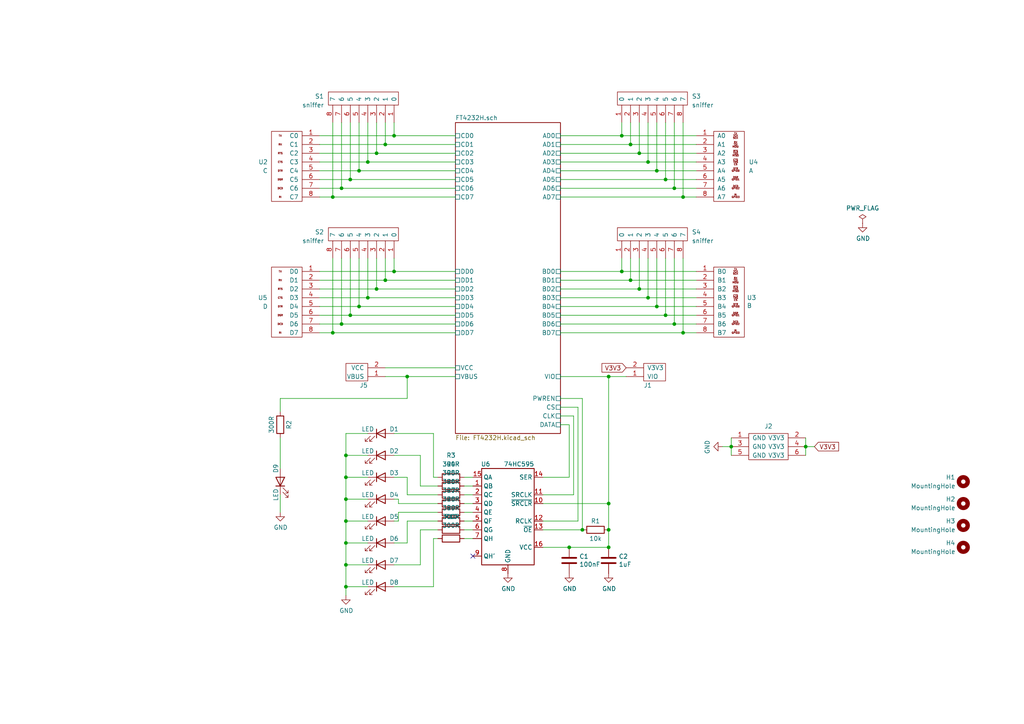
<source format=kicad_sch>
(kicad_sch (version 20201015) (generator eeschema)
  (paper "A4")
  (title_block (title "NEON - FT4232H Mini Module Adapter") (date "2020-08-29") (rev "1.0") (company "Author: Alicja"))
  (lib_symbols
    (symbol "Device:C" (pin_numbers hide) (pin_names (offset 0.254))
      (property "Reference" "C" (at 0.635 2.54 0))
      (property "Value" "C" (at 0.635 -2.54 0))
      (symbol "C_0_1"
        (polyline (pts (xy -2.032 -0.762) (xy 2.032 -0.762)) (stroke (width 0.508)))
        (polyline (pts (xy -2.032 0.762) (xy 2.032 0.762)) (stroke (width 0.508)))
      )
      (symbol "C_1_1"
        (pin passive line (at 0 3.81 270) (length 2.794) (name "~") (number "1"))
        (pin passive line (at 0 -3.81 90) (length 2.794) (name "~") (number "2"))
      )
    )
    (symbol "Device:LED" (pin_numbers hide) (pin_names (offset 1.016) hide)
      (property "Reference" "D" (at 0 2.54 0))
      (property "Value" "LED" (at 0 -2.54 0))
      (symbol "LED_0_1"
        (polyline (pts (xy -1.27 -1.27) (xy -1.27 1.27)) (stroke (width 0.254)))
        (polyline (pts (xy -1.27 0) (xy 1.27 0)))
        (polyline (pts (xy 1.27 -1.27) (xy 1.27 1.27) (xy -1.27 0) (xy 1.27 -1.27)) (stroke (width 0.254)))
        (polyline (pts (xy -3.048 -0.762) (xy -4.572 -2.286) (xy -3.81 -2.286) (xy -4.572 -2.286) (xy -4.572 -1.524)))
        (polyline (pts (xy -1.778 -0.762) (xy -3.302 -2.286) (xy -2.54 -2.286) (xy -3.302 -2.286) (xy -3.302 -1.524)))
      )
      (symbol "LED_1_1"
        (pin passive line (at -3.81 0 0) (length 2.54) (name "K") (number "1"))
        (pin passive line (at 3.81 0 180) (length 2.54) (name "A") (number "2"))
      )
    )
    (symbol "Device:R" (pin_numbers hide) (pin_names (offset 0))
      (property "Reference" "R" (at 2.032 0 90))
      (property "Value" "R" (at 0 0 90))
      (symbol "R_0_1"
        (rectangle (start -1.016 -2.54) (end 1.016 2.54) (stroke (width 0.254)))
      )
      (symbol "R_1_1"
        (pin passive line (at 0 3.81 270) (length 1.27) (name "~") (number "1"))
        (pin passive line (at 0 -3.81 90) (length 1.27) (name "~") (number "2"))
      )
    )
    (symbol "FTDI:3xV3V3-GND" (pin_names (offset 1.016))
      (property "Reference" "J" (at -1.27 2.54 0))
      (symbol "3xV3V3-GND_1_1"
        (rectangle (start 8.89 1.27) (end -2.54 -6.35))
        (pin passive line (at -7.62 0 0) (length 5.08) (name "GND") (number "1"))
        (pin passive line (at 13.97 0 180) (length 5.08) (name "V3V3") (number "2"))
        (pin passive line (at -7.62 -2.54 0) (length 5.08) (name "GND") (number "3"))
        (pin passive line (at 13.97 -2.54 180) (length 5.08) (name "V3V3") (number "4"))
        (pin passive line (at -7.62 -5.08 0) (length 5.08) (name "GND") (number "5"))
        (pin passive line (at 13.97 -5.08 180) (length 5.08) (name "V3V3") (number "6"))
      )
    )
    (symbol "FTDI:74HC595"
      (property "Reference" "U" (at -7.62 13.97 0))
      (property "Value" "74HC595" (at -7.62 -16.51 0))
      (symbol "74HC595_1_0"
        (pin tri_state line (at 10.16 7.62 180) (length 2.54) (name "QB") (number "1"))
        (pin input line (at -10.16 2.54 0) (length 2.54) (name "~SRCLR") (number "10"))
        (pin input line (at -10.16 5.08 0) (length 2.54) (name "SRCLK") (number "11"))
        (pin input line (at -10.16 -2.54 0) (length 2.54) (name "RCLK") (number "12"))
        (pin input line (at -10.16 -5.08 0) (length 2.54) (name "~OE") (number "13"))
        (pin input line (at -10.16 10.16 0) (length 2.54) (name "SER") (number "14"))
        (pin tri_state line (at 10.16 10.16 180) (length 2.54) (name "QA") (number "15"))
        (pin passive line (at -10.16 -10.16 0) (length 2.54) (name "VCC") (number "16"))
        (pin tri_state line (at 10.16 5.08 180) (length 2.54) (name "QC") (number "2"))
        (pin tri_state line (at 10.16 2.54 180) (length 2.54) (name "QD") (number "3"))
        (pin tri_state line (at 10.16 0 180) (length 2.54) (name "QE") (number "4"))
        (pin tri_state line (at 10.16 -2.54 180) (length 2.54) (name "QF") (number "5"))
        (pin tri_state line (at 10.16 -5.08 180) (length 2.54) (name "QG") (number "6"))
        (pin tri_state line (at 10.16 -7.62 180) (length 2.54) (name "QH") (number "7"))
        (pin power_in line (at 0 -17.78 90) (length 2.54) (name "GND") (number "8"))
        (pin output line (at 10.16 -12.7 180) (length 2.54) (name "QH'") (number "9"))
      )
      (symbol "74HC595_1_1"
        (rectangle (start -7.62 12.7) (end 7.62 -15.24) (stroke (width 0.254)))
      )
    )
    (symbol "FTDI:A" (pin_names (offset 1.016))
      (property "Reference" "U" (at 7.62 10.16 0))
      (property "Value" "A" (at 1.27 10.16 0))
      (symbol "A_0_0"
        (text "SCK" (at 6.35 6.985 0) (effects (font (size 0.508 0.508))))
        (text "TCK" (at 6.35 7.62 0) (effects (font (size 0.508 0.508))))
        (text "TX" (at 6.35 8.255 0) (effects (font (size 0.508 0.508))))
      )
      (symbol "A_0_1"
        (text "TDI" (at 6.35 5.08 0) (effects (font (size 0.508 0.508))))
        (rectangle (start 0 8.89) (end 8.89 -11.43))
      )
      (symbol "A_1_1"
        (text "CS" (at 6.35 -0.635 0) (effects (font (size 0.508 0.508))))
        (text "CTS" (at 6.35 0.635 0) (effects (font (size 0.508 0.508))))
        (text "DCD" (at 6.35 -6.985 0) (effects (font (size 0.508 0.508))))
        (text "DSR" (at 6.35 -4.445 0) (effects (font (size 0.508 0.508))))
        (text "DTR" (at 6.35 -1.905 0) (effects (font (size 0.508 0.508))))
        (text "GPIO0" (at 6.35 -2.54 0) (effects (font (size 0.508 0.508))))
        (text "GPIO1" (at 6.35 -5.08 0) (effects (font (size 0.508 0.508))))
        (text "GPIO2" (at 6.35 -7.62 0) (effects (font (size 0.508 0.508))))
        (text "GPIO3" (at 6.35 -10.16 0) (effects (font (size 0.508 0.508))))
        (text "MISO" (at 6.35 1.905 0) (effects (font (size 0.508 0.508))))
        (text "MOSI" (at 6.35 4.445 0) (effects (font (size 0.508 0.508))))
        (text "RI" (at 6.35 -9.525 0) (effects (font (size 0.508 0.508))))
        (text "RTS" (at 6.35 3.175 0) (effects (font (size 0.508 0.508))))
        (text "RX" (at 6.35 5.715 0) (effects (font (size 0.508 0.508))))
        (text "TDO" (at 6.35 2.54 0) (effects (font (size 0.508 0.508))))
        (text "TMS" (at 6.35 0 0) (effects (font (size 0.508 0.508))))
        (pin passive line (at -5.08 7.62 0) (length 5.08) (name "A0") (number "1"))
        (pin passive line (at -5.08 5.08 0) (length 5.08) (name "A1") (number "2"))
        (pin passive line (at -5.08 2.54 0) (length 5.08) (name "A2") (number "3"))
        (pin passive line (at -5.08 0 0) (length 5.08) (name "A3") (number "4"))
        (pin passive line (at -5.08 -2.54 0) (length 5.08) (name "A4") (number "5"))
        (pin passive line (at -5.08 -5.08 0) (length 5.08) (name "A5") (number "6"))
        (pin passive line (at -5.08 -7.62 0) (length 5.08) (name "A6") (number "7"))
        (pin passive line (at -5.08 -10.16 0) (length 5.08) (name "A7") (number "8"))
      )
    )
    (symbol "FTDI:B" (pin_names (offset 1.016))
      (property "Reference" "U" (at 7.62 10.16 0))
      (property "Value" "B" (at 1.27 10.16 0))
      (symbol "B_0_0"
        (text "SCK" (at 6.35 6.985 0) (effects (font (size 0.508 0.508))))
        (text "TCK" (at 6.35 7.62 0) (effects (font (size 0.508 0.508))))
        (text "TX" (at 6.35 8.255 0) (effects (font (size 0.508 0.508))))
      )
      (symbol "B_0_1"
        (text "TDI" (at 6.35 5.08 0) (effects (font (size 0.508 0.508))))
        (rectangle (start 0 8.89) (end 8.89 -11.43))
      )
      (symbol "B_1_1"
        (text "CS" (at 6.35 -0.635 0) (effects (font (size 0.508 0.508))))
        (text "CTS" (at 6.35 0.635 0) (effects (font (size 0.508 0.508))))
        (text "DCD" (at 6.35 -6.985 0) (effects (font (size 0.508 0.508))))
        (text "DSR" (at 6.35 -4.445 0) (effects (font (size 0.508 0.508))))
        (text "DTR" (at 6.35 -1.905 0) (effects (font (size 0.508 0.508))))
        (text "GPIO0" (at 6.35 -2.54 0) (effects (font (size 0.508 0.508))))
        (text "GPIO1" (at 6.35 -5.08 0) (effects (font (size 0.508 0.508))))
        (text "GPIO2" (at 6.35 -7.62 0) (effects (font (size 0.508 0.508))))
        (text "GPIO3" (at 6.35 -10.16 0) (effects (font (size 0.508 0.508))))
        (text "MISO" (at 6.35 1.905 0) (effects (font (size 0.508 0.508))))
        (text "MOSI" (at 6.35 4.445 0) (effects (font (size 0.508 0.508))))
        (text "RI" (at 6.35 -9.525 0) (effects (font (size 0.508 0.508))))
        (text "RTS" (at 6.35 3.175 0) (effects (font (size 0.508 0.508))))
        (text "RX" (at 6.35 5.715 0) (effects (font (size 0.508 0.508))))
        (text "TDO" (at 6.35 2.54 0) (effects (font (size 0.508 0.508))))
        (text "TMS" (at 6.35 0 0) (effects (font (size 0.508 0.508))))
        (pin passive line (at -5.08 7.62 0) (length 5.08) (name "B0") (number "1"))
        (pin passive line (at -5.08 5.08 0) (length 5.08) (name "B1") (number "2"))
        (pin passive line (at -5.08 2.54 0) (length 5.08) (name "B2") (number "3"))
        (pin passive line (at -5.08 0 0) (length 5.08) (name "B3") (number "4"))
        (pin passive line (at -5.08 -2.54 0) (length 5.08) (name "B4") (number "5"))
        (pin passive line (at -5.08 -5.08 0) (length 5.08) (name "B5") (number "6"))
        (pin passive line (at -5.08 -7.62 0) (length 5.08) (name "B6") (number "7"))
        (pin passive line (at -5.08 -10.16 0) (length 5.08) (name "B7") (number "8"))
      )
    )
    (symbol "FTDI:C" (pin_names (offset 1.016))
      (property "Reference" "U" (at 7.62 10.16 0))
      (property "Value" "C" (at 1.27 10.16 0))
      (symbol "C_0_0"
        (text "TX" (at 6.35 7.62 0) (effects (font (size 0.508 0.508))))
      )
      (symbol "C_0_1"
        (rectangle (start 0 8.89) (end 8.89 -11.43))
      )
      (symbol "C_1_1"
        (text "CTS" (at 6.35 0 0) (effects (font (size 0.508 0.508))))
        (text "DCD" (at 6.35 -7.62 0) (effects (font (size 0.508 0.508))))
        (text "DSR" (at 6.35 -5.08 0) (effects (font (size 0.508 0.508))))
        (text "DTR" (at 6.35 -2.54 0) (effects (font (size 0.508 0.508))))
        (text "RI" (at 6.35 -10.16 0) (effects (font (size 0.508 0.508))))
        (text "RTS" (at 6.35 2.54 0) (effects (font (size 0.508 0.508))))
        (text "RX" (at 6.35 5.08 0) (effects (font (size 0.508 0.508))))
        (pin passive line (at -5.08 7.62 0) (length 5.08) (name "C0") (number "1"))
        (pin passive line (at -5.08 5.08 0) (length 5.08) (name "C1") (number "2"))
        (pin passive line (at -5.08 2.54 0) (length 5.08) (name "C2") (number "3"))
        (pin passive line (at -5.08 0 0) (length 5.08) (name "C3") (number "4"))
        (pin passive line (at -5.08 -2.54 0) (length 5.08) (name "C4") (number "5"))
        (pin passive line (at -5.08 -5.08 0) (length 5.08) (name "C5") (number "6"))
        (pin passive line (at -5.08 -7.62 0) (length 5.08) (name "C6") (number "7"))
        (pin passive line (at -5.08 -10.16 0) (length 5.08) (name "C7") (number "8"))
      )
    )
    (symbol "FTDI:D" (pin_names (offset 1.016))
      (property "Reference" "U" (at 7.62 10.16 0))
      (property "Value" "D" (at 1.27 10.16 0))
      (symbol "D_0_0"
        (text "TX" (at 6.35 7.62 0) (effects (font (size 0.508 0.508))))
      )
      (symbol "D_0_1"
        (rectangle (start 0 8.89) (end 8.89 -11.43))
      )
      (symbol "D_1_1"
        (text "CTS" (at 6.35 0 0) (effects (font (size 0.508 0.508))))
        (text "DCD" (at 6.35 -7.62 0) (effects (font (size 0.508 0.508))))
        (text "DSR" (at 6.35 -5.08 0) (effects (font (size 0.508 0.508))))
        (text "DTR" (at 6.35 -2.54 0) (effects (font (size 0.508 0.508))))
        (text "RI" (at 6.35 -10.16 0) (effects (font (size 0.508 0.508))))
        (text "RTS" (at 6.35 2.54 0) (effects (font (size 0.508 0.508))))
        (text "RX" (at 6.35 5.08 0) (effects (font (size 0.508 0.508))))
        (pin passive line (at -5.08 7.62 0) (length 5.08) (name "D0") (number "1"))
        (pin passive line (at -5.08 5.08 0) (length 5.08) (name "D1") (number "2"))
        (pin passive line (at -5.08 2.54 0) (length 5.08) (name "D2") (number "3"))
        (pin passive line (at -5.08 0 0) (length 5.08) (name "D3") (number "4"))
        (pin passive line (at -5.08 -2.54 0) (length 5.08) (name "D4") (number "5"))
        (pin passive line (at -5.08 -5.08 0) (length 5.08) (name "D5") (number "6"))
        (pin passive line (at -5.08 -7.62 0) (length 5.08) (name "D6") (number "7"))
        (pin passive line (at -5.08 -10.16 0) (length 5.08) (name "D7") (number "8"))
      )
    )
    (symbol "FTDI:V3V3-VIO" (pin_names (offset 1.016))
      (property "Reference" "J" (at -1.27 2.54 0))
      (symbol "V3V3-VIO_0_1"
        (rectangle (start -2.54 1.27) (end 3.81 -3.81))
      )
      (symbol "V3V3-VIO_1_1"
        (pin passive line (at -7.62 0 0) (length 5.08) (name "VIO") (number "1"))
        (pin passive line (at -7.62 -2.54 0) (length 5.08) (name "V3V3") (number "2"))
      )
    )
    (symbol "FTDI:VBUS-VCC" (pin_names (offset 1.016))
      (property "Reference" "J" (at -1.27 2.54 0))
      (symbol "VBUS-VCC_0_1"
        (rectangle (start -2.54 1.27) (end 3.81 -3.81))
      )
      (symbol "VBUS-VCC_1_1"
        (pin passive line (at -7.62 0 0) (length 5.08) (name "VBUS") (number "1"))
        (pin passive line (at -7.62 -2.54 0) (length 5.08) (name "VCC") (number "2"))
      )
    )
    (symbol "FTDI:sniffer" (pin_names (offset 1.016))
      (property "Reference" "S" (at 0 11.43 0))
      (property "Value" "sniffer" (at 0 10.16 0))
      (symbol "sniffer_0_1"
        (rectangle (start 0 8.89) (end 3.81 -11.43))
      )
      (symbol "sniffer_1_1"
        (pin passive line (at -5.08 7.62 0) (length 5.08) (name "0") (number "1"))
        (pin passive line (at -5.08 5.08 0) (length 5.08) (name "1") (number "2"))
        (pin passive line (at -5.08 2.54 0) (length 5.08) (name "2") (number "3"))
        (pin passive line (at -5.08 0 0) (length 5.08) (name "3") (number "4"))
        (pin passive line (at -5.08 -2.54 0) (length 5.08) (name "4") (number "5"))
        (pin passive line (at -5.08 -5.08 0) (length 5.08) (name "5") (number "6"))
        (pin passive line (at -5.08 -7.62 0) (length 5.08) (name "6") (number "7"))
        (pin passive line (at -5.08 -10.16 0) (length 5.08) (name "7") (number "8"))
      )
    )
    (symbol "Mechanical:MountingHole" (pin_names (offset 1.016))
      (property "Reference" "H" (at 0 5.08 0))
      (property "Value" "MountingHole" (at 0 3.175 0))
      (symbol "MountingHole_0_1"
        (circle (center 0 0) (radius 1.27) (stroke (width 1.27)))
      )
    )
    (symbol "power:GND" (power) (pin_names (offset 0))
      (property "Value" "GND" (at 0 -3.81 0))
      (symbol "GND_0_1"
        (polyline (pts (xy 0 0) (xy 0 -1.27) (xy 1.27 -1.27) (xy 0 -2.54) (xy -1.27 -1.27) (xy 0 -1.27)))
      )
      (symbol "GND_1_1"
        (pin power_in line (at 0 0 270) (length 0) hide (name "GND") (number "1"))
      )
    )
    (symbol "power:PWR_FLAG" (power) (pin_numbers hide) (pin_names (offset 0) hide)
      (property "Value" "PWR_FLAG" (at 0 3.81 0))
      (symbol "PWR_FLAG_0_0"
        (pin power_out line (at 0 0 90) (length 0) (name "pwr") (number "1"))
      )
      (symbol "PWR_FLAG_0_1"
        (polyline (pts (xy 0 0) (xy 0 1.27) (xy -1.016 1.905) (xy 0 2.54) (xy 1.016 1.905) (xy 0 1.27)))
      )
    )
  )
  (junction (at 96.52 57.15) (diameter 0.9144))
  (junction (at 96.52 96.52) (diameter 0.9144))
  (junction (at 99.06 54.61) (diameter 0.9144))
  (junction (at 99.06 93.98) (diameter 0.9144))
  (junction (at 100.33 132.08) (diameter 0.9144))
  (junction (at 100.33 138.43) (diameter 0.9144))
  (junction (at 100.33 144.78) (diameter 0.9144))
  (junction (at 100.33 151.13) (diameter 0.9144))
  (junction (at 100.33 157.48) (diameter 0.9144))
  (junction (at 100.33 163.83) (diameter 0.9144))
  (junction (at 100.33 170.18) (diameter 0.9144))
  (junction (at 101.6 52.07) (diameter 0.9144))
  (junction (at 101.6 91.44) (diameter 0.9144))
  (junction (at 104.14 49.53) (diameter 0.9144))
  (junction (at 104.14 88.9) (diameter 0.9144))
  (junction (at 106.68 46.99) (diameter 0.9144))
  (junction (at 106.68 86.36) (diameter 0.9144))
  (junction (at 109.22 44.45) (diameter 0.9144))
  (junction (at 109.22 83.82) (diameter 0.9144))
  (junction (at 111.76 41.91) (diameter 0.9144))
  (junction (at 111.76 81.28) (diameter 0.9144))
  (junction (at 114.3 39.37) (diameter 0.9144))
  (junction (at 114.3 78.74) (diameter 0.9144))
  (junction (at 118.11 109.22) (diameter 0.9144))
  (junction (at 165.1 158.75) (diameter 0.9144))
  (junction (at 168.91 153.67) (diameter 0.9144))
  (junction (at 176.53 109.22) (diameter 0.9144))
  (junction (at 176.53 146.05) (diameter 0.9144))
  (junction (at 176.53 153.67) (diameter 0.9144))
  (junction (at 176.53 158.75) (diameter 0.9144))
  (junction (at 180.34 39.37) (diameter 0.9144))
  (junction (at 180.34 78.74) (diameter 0.9144))
  (junction (at 182.88 41.91) (diameter 0.9144))
  (junction (at 182.88 81.28) (diameter 0.9144))
  (junction (at 185.42 44.45) (diameter 0.9144))
  (junction (at 185.42 83.82) (diameter 0.9144))
  (junction (at 187.96 46.99) (diameter 0.9144))
  (junction (at 187.96 86.36) (diameter 0.9144))
  (junction (at 190.5 49.53) (diameter 0.9144))
  (junction (at 190.5 88.9) (diameter 0.9144))
  (junction (at 193.04 52.07) (diameter 0.9144))
  (junction (at 193.04 91.44) (diameter 0.9144))
  (junction (at 195.58 54.61) (diameter 0.9144))
  (junction (at 195.58 93.98) (diameter 0.9144))
  (junction (at 198.12 57.15) (diameter 0.9144))
  (junction (at 198.12 96.52) (diameter 0.9144))
  (junction (at 212.09 129.54) (diameter 0.9144))
  (junction (at 233.68 129.54) (diameter 0.9144))
  (no_connect (at 137.16 161.29))
  (wire (pts (xy 81.28 115.57) (xy 118.11 115.57)))
  (wire (pts (xy 81.28 119.38) (xy 81.28 115.57)))
  (wire (pts (xy 81.28 135.89) (xy 81.28 127)))
  (wire (pts (xy 81.28 143.51) (xy 81.28 148.59)))
  (wire (pts (xy 92.71 39.37) (xy 114.3 39.37)))
  (wire (pts (xy 92.71 41.91) (xy 111.76 41.91)))
  (wire (pts (xy 92.71 44.45) (xy 109.22 44.45)))
  (wire (pts (xy 92.71 46.99) (xy 106.68 46.99)))
  (wire (pts (xy 92.71 49.53) (xy 104.14 49.53)))
  (wire (pts (xy 92.71 54.61) (xy 99.06 54.61)))
  (wire (pts (xy 92.71 57.15) (xy 96.52 57.15)))
  (wire (pts (xy 92.71 78.74) (xy 114.3 78.74)))
  (wire (pts (xy 92.71 83.82) (xy 109.22 83.82)))
  (wire (pts (xy 92.71 88.9) (xy 104.14 88.9)))
  (wire (pts (xy 92.71 93.98) (xy 99.06 93.98)))
  (wire (pts (xy 92.71 96.52) (xy 96.52 96.52)))
  (wire (pts (xy 96.52 35.56) (xy 96.52 57.15)))
  (wire (pts (xy 96.52 57.15) (xy 132.08 57.15)))
  (wire (pts (xy 96.52 74.93) (xy 96.52 96.52)))
  (wire (pts (xy 96.52 96.52) (xy 132.08 96.52)))
  (wire (pts (xy 99.06 54.61) (xy 99.06 35.56)))
  (wire (pts (xy 99.06 54.61) (xy 132.08 54.61)))
  (wire (pts (xy 99.06 74.93) (xy 99.06 93.98)))
  (wire (pts (xy 99.06 93.98) (xy 132.08 93.98)))
  (wire (pts (xy 100.33 125.73) (xy 106.68 125.73)))
  (wire (pts (xy 100.33 132.08) (xy 100.33 125.73)))
  (wire (pts (xy 100.33 138.43) (xy 100.33 132.08)))
  (wire (pts (xy 100.33 144.78) (xy 100.33 138.43)))
  (wire (pts (xy 100.33 151.13) (xy 100.33 144.78)))
  (wire (pts (xy 100.33 157.48) (xy 100.33 151.13)))
  (wire (pts (xy 100.33 163.83) (xy 100.33 157.48)))
  (wire (pts (xy 100.33 170.18) (xy 100.33 163.83)))
  (wire (pts (xy 100.33 170.18) (xy 100.33 172.72)))
  (wire (pts (xy 101.6 35.56) (xy 101.6 52.07)))
  (wire (pts (xy 101.6 52.07) (xy 92.71 52.07)))
  (wire (pts (xy 101.6 74.93) (xy 101.6 91.44)))
  (wire (pts (xy 101.6 91.44) (xy 92.71 91.44)))
  (wire (pts (xy 104.14 35.56) (xy 104.14 49.53)))
  (wire (pts (xy 104.14 49.53) (xy 132.08 49.53)))
  (wire (pts (xy 104.14 74.93) (xy 104.14 88.9)))
  (wire (pts (xy 104.14 88.9) (xy 132.08 88.9)))
  (wire (pts (xy 106.68 35.56) (xy 106.68 46.99)))
  (wire (pts (xy 106.68 46.99) (xy 132.08 46.99)))
  (wire (pts (xy 106.68 74.93) (xy 106.68 86.36)))
  (wire (pts (xy 106.68 86.36) (xy 92.71 86.36)))
  (wire (pts (xy 106.68 132.08) (xy 100.33 132.08)))
  (wire (pts (xy 106.68 138.43) (xy 100.33 138.43)))
  (wire (pts (xy 106.68 144.78) (xy 100.33 144.78)))
  (wire (pts (xy 106.68 151.13) (xy 100.33 151.13)))
  (wire (pts (xy 106.68 157.48) (xy 100.33 157.48)))
  (wire (pts (xy 106.68 163.83) (xy 100.33 163.83)))
  (wire (pts (xy 106.68 170.18) (xy 100.33 170.18)))
  (wire (pts (xy 109.22 35.56) (xy 109.22 44.45)))
  (wire (pts (xy 109.22 44.45) (xy 132.08 44.45)))
  (wire (pts (xy 109.22 74.93) (xy 109.22 83.82)))
  (wire (pts (xy 109.22 83.82) (xy 132.08 83.82)))
  (wire (pts (xy 111.76 35.56) (xy 111.76 41.91)))
  (wire (pts (xy 111.76 41.91) (xy 132.08 41.91)))
  (wire (pts (xy 111.76 74.93) (xy 111.76 81.28)))
  (wire (pts (xy 111.76 81.28) (xy 92.71 81.28)))
  (wire (pts (xy 111.76 106.68) (xy 132.08 106.68)))
  (wire (pts (xy 111.76 109.22) (xy 118.11 109.22)))
  (wire (pts (xy 114.3 35.56) (xy 114.3 39.37)))
  (wire (pts (xy 114.3 39.37) (xy 132.08 39.37)))
  (wire (pts (xy 114.3 74.93) (xy 114.3 78.74)))
  (wire (pts (xy 114.3 78.74) (xy 132.08 78.74)))
  (wire (pts (xy 114.3 125.73) (xy 125.73 125.73)))
  (wire (pts (xy 114.3 138.43) (xy 118.11 138.43)))
  (wire (pts (xy 114.3 157.48) (xy 118.11 157.48)))
  (wire (pts (xy 115.57 144.78) (xy 114.3 144.78)))
  (wire (pts (xy 115.57 146.05) (xy 115.57 144.78)))
  (wire (pts (xy 115.57 146.05) (xy 127 146.05)))
  (wire (pts (xy 115.57 148.59) (xy 115.57 151.13)))
  (wire (pts (xy 115.57 148.59) (xy 127 148.59)))
  (wire (pts (xy 115.57 151.13) (xy 114.3 151.13)))
  (wire (pts (xy 118.11 109.22) (xy 132.08 109.22)))
  (wire (pts (xy 118.11 115.57) (xy 118.11 109.22)))
  (wire (pts (xy 118.11 138.43) (xy 118.11 143.51)))
  (wire (pts (xy 118.11 143.51) (xy 127 143.51)))
  (wire (pts (xy 118.11 151.13) (xy 127 151.13)))
  (wire (pts (xy 118.11 157.48) (xy 118.11 151.13)))
  (wire (pts (xy 121.92 132.08) (xy 114.3 132.08)))
  (wire (pts (xy 121.92 140.97) (xy 121.92 132.08)))
  (wire (pts (xy 121.92 140.97) (xy 127 140.97)))
  (wire (pts (xy 121.92 153.67) (xy 121.92 163.83)))
  (wire (pts (xy 121.92 153.67) (xy 127 153.67)))
  (wire (pts (xy 121.92 163.83) (xy 114.3 163.83)))
  (wire (pts (xy 125.73 125.73) (xy 125.73 138.43)))
  (wire (pts (xy 125.73 138.43) (xy 127 138.43)))
  (wire (pts (xy 125.73 156.21) (xy 125.73 170.18)))
  (wire (pts (xy 125.73 156.21) (xy 127 156.21)))
  (wire (pts (xy 125.73 170.18) (xy 114.3 170.18)))
  (wire (pts (xy 132.08 52.07) (xy 101.6 52.07)))
  (wire (pts (xy 132.08 81.28) (xy 111.76 81.28)))
  (wire (pts (xy 132.08 86.36) (xy 106.68 86.36)))
  (wire (pts (xy 132.08 91.44) (xy 101.6 91.44)))
  (wire (pts (xy 134.62 138.43) (xy 137.16 138.43)))
  (wire (pts (xy 134.62 140.97) (xy 137.16 140.97)))
  (wire (pts (xy 134.62 143.51) (xy 137.16 143.51)))
  (wire (pts (xy 134.62 146.05) (xy 137.16 146.05)))
  (wire (pts (xy 134.62 148.59) (xy 137.16 148.59)))
  (wire (pts (xy 134.62 151.13) (xy 137.16 151.13)))
  (wire (pts (xy 134.62 153.67) (xy 137.16 153.67)))
  (wire (pts (xy 134.62 156.21) (xy 137.16 156.21)))
  (wire (pts (xy 157.48 138.43) (xy 165.1 138.43)))
  (wire (pts (xy 157.48 143.51) (xy 166.37 143.51)))
  (wire (pts (xy 157.48 146.05) (xy 176.53 146.05)))
  (wire (pts (xy 157.48 151.13) (xy 167.64 151.13)))
  (wire (pts (xy 157.48 153.67) (xy 168.91 153.67)))
  (wire (pts (xy 157.48 158.75) (xy 165.1 158.75)))
  (wire (pts (xy 162.56 39.37) (xy 180.34 39.37)))
  (wire (pts (xy 162.56 41.91) (xy 182.88 41.91)))
  (wire (pts (xy 162.56 44.45) (xy 185.42 44.45)))
  (wire (pts (xy 162.56 52.07) (xy 193.04 52.07)))
  (wire (pts (xy 162.56 81.28) (xy 182.88 81.28)))
  (wire (pts (xy 162.56 86.36) (xy 187.96 86.36)))
  (wire (pts (xy 162.56 88.9) (xy 190.5 88.9)))
  (wire (pts (xy 162.56 91.44) (xy 193.04 91.44)))
  (wire (pts (xy 162.56 93.98) (xy 195.58 93.98)))
  (wire (pts (xy 162.56 96.52) (xy 198.12 96.52)))
  (wire (pts (xy 162.56 109.22) (xy 176.53 109.22)))
  (wire (pts (xy 165.1 123.19) (xy 162.56 123.19)))
  (wire (pts (xy 165.1 138.43) (xy 165.1 123.19)))
  (wire (pts (xy 165.1 158.75) (xy 176.53 158.75)))
  (wire (pts (xy 166.37 120.65) (xy 162.56 120.65)))
  (wire (pts (xy 166.37 143.51) (xy 166.37 120.65)))
  (wire (pts (xy 167.64 118.11) (xy 162.56 118.11)))
  (wire (pts (xy 167.64 151.13) (xy 167.64 118.11)))
  (wire (pts (xy 168.91 115.57) (xy 162.56 115.57)))
  (wire (pts (xy 168.91 153.67) (xy 168.91 115.57)))
  (wire (pts (xy 176.53 109.22) (xy 176.53 146.05)))
  (wire (pts (xy 176.53 109.22) (xy 181.61 109.22)))
  (wire (pts (xy 176.53 146.05) (xy 176.53 153.67)))
  (wire (pts (xy 176.53 153.67) (xy 176.53 158.75)))
  (wire (pts (xy 180.34 35.56) (xy 180.34 39.37)))
  (wire (pts (xy 180.34 39.37) (xy 201.93 39.37)))
  (wire (pts (xy 180.34 74.93) (xy 180.34 78.74)))
  (wire (pts (xy 180.34 78.74) (xy 162.56 78.74)))
  (wire (pts (xy 182.88 35.56) (xy 182.88 41.91)))
  (wire (pts (xy 182.88 41.91) (xy 201.93 41.91)))
  (wire (pts (xy 182.88 74.93) (xy 182.88 81.28)))
  (wire (pts (xy 182.88 81.28) (xy 201.93 81.28)))
  (wire (pts (xy 185.42 35.56) (xy 185.42 44.45)))
  (wire (pts (xy 185.42 44.45) (xy 201.93 44.45)))
  (wire (pts (xy 185.42 74.93) (xy 185.42 83.82)))
  (wire (pts (xy 185.42 83.82) (xy 162.56 83.82)))
  (wire (pts (xy 187.96 35.56) (xy 187.96 46.99)))
  (wire (pts (xy 187.96 46.99) (xy 162.56 46.99)))
  (wire (pts (xy 187.96 74.93) (xy 187.96 86.36)))
  (wire (pts (xy 187.96 86.36) (xy 201.93 86.36)))
  (wire (pts (xy 190.5 35.56) (xy 190.5 49.53)))
  (wire (pts (xy 190.5 49.53) (xy 162.56 49.53)))
  (wire (pts (xy 190.5 74.93) (xy 190.5 88.9)))
  (wire (pts (xy 190.5 88.9) (xy 201.93 88.9)))
  (wire (pts (xy 193.04 35.56) (xy 193.04 52.07)))
  (wire (pts (xy 193.04 52.07) (xy 201.93 52.07)))
  (wire (pts (xy 193.04 74.93) (xy 193.04 91.44)))
  (wire (pts (xy 193.04 91.44) (xy 201.93 91.44)))
  (wire (pts (xy 195.58 35.56) (xy 195.58 54.61)))
  (wire (pts (xy 195.58 54.61) (xy 162.56 54.61)))
  (wire (pts (xy 195.58 74.93) (xy 195.58 93.98)))
  (wire (pts (xy 195.58 93.98) (xy 201.93 93.98)))
  (wire (pts (xy 198.12 35.56) (xy 198.12 57.15)))
  (wire (pts (xy 198.12 57.15) (xy 162.56 57.15)))
  (wire (pts (xy 198.12 74.93) (xy 198.12 96.52)))
  (wire (pts (xy 198.12 96.52) (xy 201.93 96.52)))
  (wire (pts (xy 201.93 46.99) (xy 187.96 46.99)))
  (wire (pts (xy 201.93 49.53) (xy 190.5 49.53)))
  (wire (pts (xy 201.93 54.61) (xy 195.58 54.61)))
  (wire (pts (xy 201.93 57.15) (xy 198.12 57.15)))
  (wire (pts (xy 201.93 78.74) (xy 180.34 78.74)))
  (wire (pts (xy 201.93 83.82) (xy 185.42 83.82)))
  (wire (pts (xy 212.09 127) (xy 212.09 129.54)))
  (wire (pts (xy 212.09 129.54) (xy 209.55 129.54)))
  (wire (pts (xy 212.09 129.54) (xy 212.09 132.08)))
  (wire (pts (xy 233.68 127) (xy 233.68 129.54)))
  (wire (pts (xy 233.68 129.54) (xy 233.68 132.08)))
  (wire (pts (xy 236.22 129.54) (xy 233.68 129.54)))
  (global_label "V3V3" (shape input) (at 181.61 106.68 180) (property "Intersheet References" "${INTERSHEET_REFS}" (effects hide)))
  (global_label "V3V3" (shape input) (at 236.22 129.54 0) (property "Intersheet References" "${INTERSHEET_REFS}" (effects hide)))
  (symbol (lib_id "power:PWR_FLAG") (at 250.19 64.77 0) (unit 1)
    (property "Reference" "#FLG0101" (effects hide))
    (property "Value" "PWR_FLAG" (at 250.19 60.3758 0))
  )
  (symbol (lib_id "power:GND") (at 81.28 148.59 0) (unit 1)
    (property "Reference" "#PWR06" (effects hide))
    (property "Value" "GND" (at 81.407 152.9842 0))
  )
  (symbol (lib_id "power:GND") (at 100.33 172.72 0) (unit 1)
    (property "Reference" "#PWR0104" (effects hide))
    (property "Value" "GND" (at 100.457 177.1142 0))
  )
  (symbol (lib_id "power:GND") (at 147.32 166.37 0) (unit 1)
    (property "Reference" "#PWR0103" (effects hide))
    (property "Value" "GND" (at 147.447 170.7642 0))
  )
  (symbol (lib_id "power:GND") (at 165.1 166.37 0) (unit 1)
    (property "Reference" "#PWR02" (effects hide))
    (property "Value" "GND" (at 165.227 170.7642 0))
  )
  (symbol (lib_id "power:GND") (at 176.53 166.37 0) (unit 1)
    (property "Reference" "#PWR03" (effects hide))
    (property "Value" "GND" (at 176.657 170.7642 0))
  )
  (symbol (lib_id "power:GND") (at 209.55 129.54 270) (unit 1)
    (property "Reference" "#PWR05" (effects hide))
    (property "Value" "GND" (at 205.1558 129.667 0))
  )
  (symbol (lib_id "power:GND") (at 250.19 64.77 0) (unit 1)
    (property "Reference" "#PWR0102" (effects hide))
    (property "Value" "GND" (at 250.317 69.1642 0))
  )
  (symbol (lib_id "Mechanical:MountingHole") (at 279.4 139.7 0) (unit 1)
    (property "Reference" "H1" (at 274.32 138.43 0) (effects (justify left)))
    (property "Value" "MountingHole" (at 264.16 140.97 0) (effects (justify left)))
    (property "Footprint" "MountingHole:MountingHole_3.2mm_M3" (effects hide))
  )
  (symbol (lib_id "Mechanical:MountingHole") (at 279.4 146.05 0) (unit 1)
    (property "Reference" "H2" (at 274.32 144.78 0) (effects (justify left)))
    (property "Value" "MountingHole" (at 264.16 147.32 0) (effects (justify left)))
    (property "Footprint" "MountingHole:MountingHole_3.2mm_M3" (effects hide))
  )
  (symbol (lib_id "Mechanical:MountingHole") (at 279.4 152.4 0) (unit 1)
    (property "Reference" "H3" (at 274.32 151.13 0) (effects (justify left)))
    (property "Value" "MountingHole" (at 264.16 153.67 0) (effects (justify left)))
    (property "Footprint" "MountingHole:MountingHole_3.2mm_M3" (effects hide))
  )
  (symbol (lib_id "Mechanical:MountingHole") (at 279.4 158.75 0) (unit 1)
    (property "Reference" "H4" (at 274.32 157.48 0) (effects (justify left)))
    (property "Value" "MountingHole" (at 264.16 160.02 0) (effects (justify left)))
    (property "Footprint" "MountingHole:MountingHole_3.2mm_M3" (effects hide))
  )
  (symbol (lib_id "Device:R") (at 81.28 123.19 0) (unit 1)
    (property "Reference" "R2" (at 83.82 123.19 90))
    (property "Value" "300R" (at 78.74 123.19 90))
    (property "Footprint" "Resistor_SMD:R_0805_2012Metric" (effects hide))
  )
  (symbol (lib_id "Device:R") (at 130.81 138.43 90) (unit 1)
    (property "Reference" "R3" (at 130.81 132.08 90))
    (property "Value" "300R" (at 130.81 134.62 90))
    (property "Footprint" "Resistor_SMD:R_0805_2012Metric_Pad1.20x1.40mm_HandSolder" (effects hide))
  )
  (symbol (lib_id "Device:R") (at 130.81 140.97 90) (unit 1)
    (property "Reference" "R4" (at 130.81 134.62 90))
    (property "Value" "300R" (at 130.81 137.16 90))
    (property "Footprint" "Resistor_SMD:R_0805_2012Metric_Pad1.20x1.40mm_HandSolder" (effects hide))
  )
  (symbol (lib_id "Device:R") (at 130.81 143.51 90) (unit 1)
    (property "Reference" "R5" (at 130.81 137.16 90))
    (property "Value" "300R" (at 130.81 139.7 90))
    (property "Footprint" "Resistor_SMD:R_0805_2012Metric_Pad1.20x1.40mm_HandSolder" (effects hide))
  )
  (symbol (lib_id "Device:R") (at 130.81 146.05 90) (unit 1)
    (property "Reference" "R6" (at 130.81 139.7 90))
    (property "Value" "300R" (at 130.81 142.24 90))
    (property "Footprint" "Resistor_SMD:R_0805_2012Metric_Pad1.20x1.40mm_HandSolder" (effects hide))
  )
  (symbol (lib_id "Device:R") (at 130.81 148.59 90) (unit 1)
    (property "Reference" "R7" (at 130.81 142.24 90))
    (property "Value" "300R" (at 130.81 144.78 90))
    (property "Footprint" "Resistor_SMD:R_0805_2012Metric_Pad1.20x1.40mm_HandSolder" (effects hide))
  )
  (symbol (lib_id "Device:R") (at 130.81 151.13 90) (unit 1)
    (property "Reference" "R8" (at 130.81 144.78 90))
    (property "Value" "300R" (at 130.81 147.32 90))
    (property "Footprint" "Resistor_SMD:R_0805_2012Metric_Pad1.20x1.40mm_HandSolder" (effects hide))
  )
  (symbol (lib_id "Device:R") (at 130.81 153.67 90) (unit 1)
    (property "Reference" "R9" (at 130.81 147.32 90))
    (property "Value" "300R" (at 130.81 149.86 90))
    (property "Footprint" "Resistor_SMD:R_0805_2012Metric_Pad1.20x1.40mm_HandSolder" (effects hide))
  )
  (symbol (lib_id "Device:R") (at 130.81 156.21 90) (unit 1)
    (property "Reference" "R10" (at 130.81 149.86 90))
    (property "Value" "300R" (at 130.81 152.4 90))
    (property "Footprint" "Resistor_SMD:R_0805_2012Metric_Pad1.20x1.40mm_HandSolder" (effects hide))
  )
  (symbol (lib_id "Device:R") (at 172.72 153.67 90) (unit 1)
    (property "Reference" "R1" (at 172.72 151.13 90))
    (property "Value" "10k" (at 172.72 156.21 90))
    (property "Footprint" "Resistor_SMD:R_0805_2012Metric" (effects hide))
  )
  (symbol (lib_id "Device:LED") (at 81.28 139.7 90) (unit 1)
    (property "Reference" "D9" (at 80.01 135.89 0))
    (property "Value" "LED" (at 80.01 143.51 0))
    (property "Footprint" "neon_footprints:LED_0805_2012Metric" (effects hide))
  )
  (symbol (lib_id "Device:LED") (at 110.49 125.73 0) (unit 1)
    (property "Reference" "D1" (at 114.3 124.46 0))
    (property "Value" "LED" (at 106.68 124.46 0))
    (property "Footprint" "neon_footprints:LED_0805_2012Metric" (effects hide))
  )
  (symbol (lib_id "Device:LED") (at 110.49 132.08 0) (unit 1)
    (property "Reference" "D2" (at 114.3 130.81 0))
    (property "Value" "LED" (at 106.68 130.81 0))
    (property "Footprint" "neon_footprints:LED_0805_2012Metric" (effects hide))
  )
  (symbol (lib_id "Device:LED") (at 110.49 138.43 0) (unit 1)
    (property "Reference" "D3" (at 114.3 137.16 0))
    (property "Value" "LED" (at 106.68 137.16 0))
    (property "Footprint" "neon_footprints:LED_0805_2012Metric" (effects hide))
  )
  (symbol (lib_id "Device:LED") (at 110.49 144.78 0) (unit 1)
    (property "Reference" "D4" (at 114.3 143.51 0))
    (property "Value" "LED" (at 106.68 143.51 0))
    (property "Footprint" "neon_footprints:LED_0805_2012Metric" (effects hide))
  )
  (symbol (lib_id "Device:LED") (at 110.49 151.13 0) (unit 1)
    (property "Reference" "D5" (at 114.3 149.86 0))
    (property "Value" "LED" (at 106.68 149.86 0))
    (property "Footprint" "neon_footprints:LED_0805_2012Metric" (effects hide))
  )
  (symbol (lib_id "Device:LED") (at 110.49 157.48 0) (unit 1)
    (property "Reference" "D6" (at 114.3 156.21 0))
    (property "Value" "LED" (at 106.68 156.21 0))
    (property "Footprint" "neon_footprints:LED_0805_2012Metric" (effects hide))
  )
  (symbol (lib_id "Device:LED") (at 110.49 163.83 0) (unit 1)
    (property "Reference" "D7" (at 114.3 162.56 0))
    (property "Value" "LED" (at 106.68 162.56 0))
    (property "Footprint" "neon_footprints:LED_0805_2012Metric" (effects hide))
  )
  (symbol (lib_id "Device:LED") (at 110.49 170.18 0) (unit 1)
    (property "Reference" "D8" (at 114.3 168.91 0))
    (property "Value" "LED" (at 106.68 168.91 0))
    (property "Footprint" "neon_footprints:LED_0805_2012Metric" (effects hide))
  )
  (symbol (lib_id "Device:C") (at 165.1 162.56 0) (unit 1)
    (property "Reference" "C1" (at 168.021 161.3916 0) (effects (justify left)))
    (property "Value" "100nF" (at 168.021 163.703 0) (effects (justify left)))
    (property "Footprint" "Capacitor_SMD:C_0805_2012Metric" (effects hide))
  )
  (symbol (lib_id "Device:C") (at 176.53 162.56 0) (unit 1)
    (property "Reference" "C2" (at 179.451 161.3916 0) (effects (justify left)))
    (property "Value" "1uF" (at 179.451 163.703 0) (effects (justify left)))
    (property "Footprint" "Capacitor_SMD:C_0805_2012Metric" (effects hide))
  )
  (symbol (lib_id "FTDI:VBUS-VCC") (at 104.14 109.22 180) (unit 1)
    (property "Reference" "J5" (at 106.68 111.76 0) (effects (justify left)))
    (property "Value" "VBUS-VCC" (effects hide))
    (property "Footprint" "Connector_PinHeader_2.54mm:PinHeader_1x02_P2.54mm_Vertical" (effects hide))
  )
  (symbol (lib_id "FTDI:V3V3-VIO") (at 189.23 109.22 0) (mirror x) (unit 1)
    (property "Reference" "J1" (at 186.69 111.76 0) (effects (justify left)))
    (property "Value" "V3V3-VIO" (effects hide))
    (property "Footprint" "Connector_PinHeader_2.54mm:PinHeader_1x02_P2.54mm_Vertical" (effects hide))
  )
  (symbol (lib_id "FTDI:3xV3V3-GND") (at 219.71 127 0) (unit 1)
    (property "Reference" "J2" (at 222.885 123.6218 0))
    (property "Value" "3xV3V3-GND" (effects hide))
    (property "Footprint" "Connector_PinHeader_2.54mm:PinHeader_2x03_P2.54mm_Vertical" (effects hide))
  )
  (symbol (lib_id "FTDI:sniffer") (at 106.68 30.48 270) (mirror x) (unit 1)
    (property "Reference" "S1" (at 93.98 27.94 90) (effects (justify right)))
    (property "Value" "sniffer" (at 93.98 30.48 90) (effects (justify right)))
    (property "Footprint" "neon_footprints:PinHeader_1x08_P2.54mm_Vertical" (effects hide))
  )
  (symbol (lib_id "FTDI:sniffer") (at 106.68 69.85 270) (mirror x) (unit 1)
    (property "Reference" "S2" (at 93.98 67.31 90) (effects (justify right)))
    (property "Value" "sniffer" (at 93.98 69.85 90) (effects (justify right)))
    (property "Footprint" "neon_footprints:PinHeader_1x08_P2.54mm_Vertical" (effects hide))
  )
  (symbol (lib_id "FTDI:sniffer") (at 187.96 30.48 90) (unit 1)
    (property "Reference" "S3" (at 200.66 27.94 90) (effects (justify right)))
    (property "Value" "sniffer" (at 200.66 30.48 90) (effects (justify right)))
    (property "Footprint" "neon_footprints:PinHeader_1x08_P2.54mm_Vertical" (effects hide))
  )
  (symbol (lib_id "FTDI:sniffer") (at 187.96 69.85 90) (unit 1)
    (property "Reference" "S4" (at 200.66 67.31 90) (effects (justify right)))
    (property "Value" "sniffer" (at 200.66 69.85 90) (effects (justify right)))
    (property "Footprint" "neon_footprints:PinHeader_1x08_P2.54mm_Vertical" (effects hide))
  )
  (symbol (lib_id "FTDI:C") (at 87.63 46.99 0) (mirror y) (unit 1)
    (property "Reference" "U2" (at 74.93 46.99 0) (effects (justify right)))
    (property "Value" "C" (at 76.2 49.53 0) (effects (justify right)))
    (property "Footprint" "neon_footprints:PinHeader_1x08_P2.54mm_Vertical" (effects hide))
  )
  (symbol (lib_id "FTDI:D") (at 87.63 86.36 0) (mirror y) (unit 1)
    (property "Reference" "U5" (at 76.2 86.36 0))
    (property "Value" "D" (at 76.2 88.9 0) (effects (justify right)))
    (property "Footprint" "neon_footprints:PinHeader_1x08_P2.54mm_Vertical" (effects hide))
  )
  (symbol (lib_id "FTDI:A") (at 207.01 46.99 0) (unit 1)
    (property "Reference" "U4" (at 217.17 46.99 0) (effects (justify left)))
    (property "Value" "A" (at 217.17 49.53 0) (effects (justify left)))
    (property "Footprint" "neon_footprints:PinHeader_1x08_P2.54mm_Vertical" (effects hide))
  )
  (symbol (lib_id "FTDI:B") (at 207.01 86.36 0) (unit 1)
    (property "Reference" "U3" (at 216.6112 86.3346 0) (effects (justify left)))
    (property "Value" "B" (at 216.6112 88.646 0) (effects (justify left)))
    (property "Footprint" "neon_footprints:PinHeader_1x08_P2.54mm_Vertical" (effects hide))
  )
  (symbol (lib_id "FTDI:74HC595") (at 147.32 148.59 0) (mirror y) (unit 1)
    (property "Reference" "U6" (at 142.24 134.62 0) (effects (justify left)))
    (property "Value" "74HC595" (at 154.94 134.62 0) (effects (justify left)))
    (property "Footprint" "Package_SO:SOIC-16_3.9x9.9mm_P1.27mm" (effects hide))
    (property "Datasheet" "http://www.ti.com/lit/ds/symlink/sn74hc595.pdf" (effects hide))
  )
  (sheet (at 132.08 35.56) (size 30.48 90.17)
    (property "Sheet name" "FT4232H.sch" (at 132.08 34.9245 0) (effects (justify left bottom)))
    (property "Sheet file" "FT4232H.kicad_sch" (at 132.08 126.2385 0) (effects (justify left top)))
    (pin "AD2" passive (at 162.56 44.45 0))
    (pin "AD0" passive (at 162.56 39.37 0))
    (pin "AD5" passive (at 162.56 52.07 0))
    (pin "AD7" passive (at 162.56 57.15 0))
    (pin "AD4" passive (at 162.56 49.53 0))
    (pin "AD6" passive (at 162.56 54.61 0))
    (pin "AD3" passive (at 162.56 46.99 0))
    (pin "AD1" passive (at 162.56 41.91 0))
    (pin "BD0" passive (at 162.56 78.74 0))
    (pin "BD2" passive (at 162.56 83.82 0))
    (pin "BD4" passive (at 162.56 88.9 0))
    (pin "BD5" passive (at 162.56 91.44 0))
    (pin "BD7" passive (at 162.56 96.52 0))
    (pin "BD1" passive (at 162.56 81.28 0))
    (pin "BD3" passive (at 162.56 86.36 0))
    (pin "BD6" passive (at 162.56 93.98 0))
    (pin "DD7" passive (at 132.08 96.52 180))
    (pin "DD5" passive (at 132.08 91.44 180))
    (pin "DD4" passive (at 132.08 88.9 180))
    (pin "DD2" passive (at 132.08 83.82 180))
    (pin "DD0" passive (at 132.08 78.74 180))
    (pin "CD6" passive (at 132.08 54.61 180))
    (pin "CD4" passive (at 132.08 49.53 180))
    (pin "CD3" passive (at 132.08 46.99 180))
    (pin "CD1" passive (at 132.08 41.91 180))
    (pin "CD0" passive (at 132.08 39.37 180))
    (pin "CD2" passive (at 132.08 44.45 180))
    (pin "CD5" passive (at 132.08 52.07 180))
    (pin "CD7" passive (at 132.08 57.15 180))
    (pin "DD1" passive (at 132.08 81.28 180))
    (pin "DD3" passive (at 132.08 86.36 180))
    (pin "DD6" passive (at 132.08 93.98 180))
    (pin "VIO" passive (at 162.56 109.22 0))
    (pin "VBUS" passive (at 132.08 109.22 180))
    (pin "VCC" passive (at 132.08 106.68 180))
    (pin "CS" passive (at 162.56 118.11 0))
    (pin "DATA" passive (at 162.56 123.19 0))
    (pin "CLK" passive (at 162.56 120.65 0))
    (pin "PWREN" passive (at 162.56 115.57 0))
  )
)
</source>
